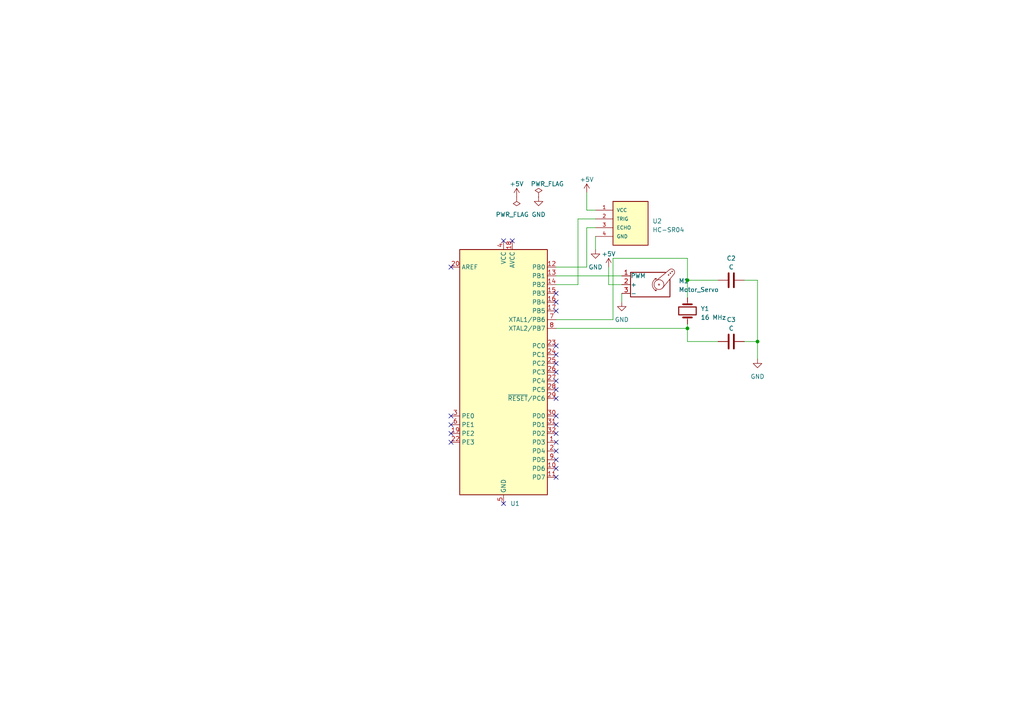
<source format=kicad_sch>
(kicad_sch (version 20230121) (generator eeschema)
  (paper "A4")
  (lib_symbols
    (symbol "Device:C" (pin_numbers hide) (pin_names (offset 0.254))
      (property "Reference" "C" (at 0.635 2.54 0))
      (property "Value" "C" (at 0.635 -2.54 0))
      (symbol "C_0_1"
        (polyline (pts (xy -2.032 -0.762) (xy 2.032 -0.762)) (stroke (width 0.508)))
        (polyline (pts (xy -2.032 0.762) (xy 2.032 0.762)) (stroke (width 0.508)))
      )
      (symbol "C_1_1"
        (pin passive line (at 0 3.81 270) (length 2.794) (name "~") (number "1"))
        (pin passive line (at 0 -3.81 90) (length 2.794) (name "~") (number "2"))
      )
    )
    (symbol "Device:Crystal" (pin_numbers hide) (pin_names (offset 1.016) hide)
      (property "Reference" "Y" (at 0 3.81 0))
      (property "Value" "Crystal" (at 0 -3.81 0))
      (symbol "Crystal_0_1"
        (rectangle (start -1.143 2.54) (end 1.143 -2.54) (stroke (width 0.3048)))
        (polyline (pts (xy -2.54 0) (xy -1.905 0)))
        (polyline (pts (xy -1.905 -1.27) (xy -1.905 1.27)) (stroke (width 0.508)))
        (polyline (pts (xy 1.905 -1.27) (xy 1.905 1.27)) (stroke (width 0.508)))
        (polyline (pts (xy 2.54 0) (xy 1.905 0)))
      )
      (symbol "Crystal_1_1"
        (pin passive line (at -3.81 0 0) (length 1.27) (name "1") (number "1"))
        (pin passive line (at 3.81 0 180) (length 1.27) (name "2") (number "2"))
      )
    )
    (symbol "HC-SR04:HC-SR04" (pin_names (offset 1.016))
      (property "Reference" "U" (at 0 5.0813 0))
      (property "Value" "HC-SR04" (at 0 -10.163 0))
      (symbol "HC-SR04_0_0"
        (rectangle (start 0 -7.62) (end 10.16 5.08) (stroke (width 0.254)) (fill (type background)))
        (pin power_in line (at -5.08 2.54 0) (length 5.08) (name "VCC") (number "1"))
        (pin bidirectional line (at -5.08 0 0) (length 5.08) (name "TRIG") (number "2"))
        (pin bidirectional line (at -5.08 -2.54 0) (length 5.08) (name "ECHO") (number "3"))
        (pin power_in line (at -5.08 -5.08 0) (length 5.08) (name "GND") (number "4"))
      )
    )
    (symbol "MCU_Microchip_ATmega:ATmega328PB-A"
      (property "Reference" "U" (at -12.7 36.83 0))
      (property "Value" "ATmega328PB-A" (at 2.54 -36.83 0))
      (symbol "ATmega328PB-A_0_1"
        (rectangle (start -12.7 -35.56) (end 12.7 35.56) (stroke (width 0.254)) (fill (type background)))
      )
      (symbol "ATmega328PB-A_1_1"
        (pin bidirectional line (at 15.24 -20.32 180) (length 2.54) (name "PD3") (number "1"))
        (pin bidirectional line (at 15.24 -27.94 180) (length 2.54) (name "PD6") (number "10"))
        (pin bidirectional line (at 15.24 -30.48 180) (length 2.54) (name "PD7") (number "11"))
        (pin bidirectional line (at 15.24 30.48 180) (length 2.54) (name "PB0") (number "12"))
        (pin bidirectional line (at 15.24 27.94 180) (length 2.54) (name "PB1") (number "13"))
        (pin bidirectional line (at 15.24 25.4 180) (length 2.54) (name "PB2") (number "14"))
        (pin bidirectional line (at 15.24 22.86 180) (length 2.54) (name "PB3") (number "15"))
        (pin bidirectional line (at 15.24 20.32 180) (length 2.54) (name "PB4") (number "16"))
        (pin bidirectional line (at 15.24 17.78 180) (length 2.54) (name "PB5") (number "17"))
        (pin power_in line (at 2.54 38.1 270) (length 2.54) (name "AVCC") (number "18"))
        (pin bidirectional line (at -15.24 -17.78 0) (length 2.54) (name "PE2") (number "19"))
        (pin bidirectional line (at 15.24 -22.86 180) (length 2.54) (name "PD4") (number "2"))
        (pin passive line (at -15.24 30.48 0) (length 2.54) (name "AREF") (number "20"))
        (pin passive line (at 0 -38.1 90) (length 2.54) hide (name "GND") (number "21"))
        (pin bidirectional line (at -15.24 -20.32 0) (length 2.54) (name "PE3") (number "22"))
        (pin bidirectional line (at 15.24 7.62 180) (length 2.54) (name "PC0") (number "23"))
        (pin bidirectional line (at 15.24 5.08 180) (length 2.54) (name "PC1") (number "24"))
        (pin bidirectional line (at 15.24 2.54 180) (length 2.54) (name "PC2") (number "25"))
        (pin bidirectional line (at 15.24 0 180) (length 2.54) (name "PC3") (number "26"))
        (pin bidirectional line (at 15.24 -2.54 180) (length 2.54) (name "PC4") (number "27"))
        (pin bidirectional line (at 15.24 -5.08 180) (length 2.54) (name "PC5") (number "28"))
        (pin bidirectional line (at 15.24 -7.62 180) (length 2.54) (name "~{RESET}/PC6") (number "29"))
        (pin bidirectional line (at -15.24 -12.7 0) (length 2.54) (name "PE0") (number "3"))
        (pin bidirectional line (at 15.24 -12.7 180) (length 2.54) (name "PD0") (number "30"))
        (pin bidirectional line (at 15.24 -15.24 180) (length 2.54) (name "PD1") (number "31"))
        (pin bidirectional line (at 15.24 -17.78 180) (length 2.54) (name "PD2") (number "32"))
        (pin power_in line (at 0 38.1 270) (length 2.54) (name "VCC") (number "4"))
        (pin power_in line (at 0 -38.1 90) (length 2.54) (name "GND") (number "5"))
        (pin bidirectional line (at -15.24 -15.24 0) (length 2.54) (name "PE1") (number "6"))
        (pin bidirectional line (at 15.24 15.24 180) (length 2.54) (name "XTAL1/PB6") (number "7"))
        (pin bidirectional line (at 15.24 12.7 180) (length 2.54) (name "XTAL2/PB7") (number "8"))
        (pin bidirectional line (at 15.24 -25.4 180) (length 2.54) (name "PD5") (number "9"))
      )
    )
    (symbol "Motor:Motor_Servo" (pin_names (offset 0.0254))
      (property "Reference" "M" (at -5.08 4.445 0))
      (property "Value" "Motor_Servo" (at -5.08 -4.064 0))
      (symbol "Motor_Servo_0_1"
        (polyline (pts (xy 2.413 -1.778) (xy 2.032 -1.778)))
        (polyline (pts (xy 2.413 -1.778) (xy 2.286 -1.397)))
        (polyline (pts (xy 2.413 1.778) (xy 1.905 1.778)))
        (polyline (pts (xy 2.413 1.778) (xy 2.286 1.397)))
        (polyline (pts (xy 6.35 4.445) (xy 2.54 1.27)))
        (polyline (pts (xy 7.62 3.175) (xy 4.191 -1.016)))
        (polyline (pts (xy 5.08 3.556) (xy -5.08 3.556) (xy -5.08 -3.556) (xy 6.35 -3.556) (xy 6.35 1.524)) (stroke (width 0.254)))
        (arc (start 2.413 1.778) (mid 1.2406 0) (end 2.413 -1.778))
        (circle (center 3.175 0) (radius 0.1778))
        (circle (center 3.175 0) (radius 1.4224))
        (circle (center 5.969 2.794) (radius 0.127))
        (circle (center 6.477 3.302) (radius 0.127))
        (circle (center 6.985 3.81) (radius 0.127))
        (arc (start 7.62 3.175) (mid 7.4485 4.2735) (end 6.35 4.445))
      )
      (symbol "Motor_Servo_1_1"
        (pin passive line (at -7.62 2.54 0) (length 2.54) (name "PWM") (number "1"))
        (pin passive line (at -7.62 0 0) (length 2.54) (name "+") (number "2"))
        (pin passive line (at -7.62 -2.54 0) (length 2.54) (name "-") (number "3"))
      )
    )
    (symbol "power:+5V" (power) (pin_names (offset 0))
      (property "Value" "+5V" (at 0 3.556 0))
      (symbol "+5V_0_1"
        (polyline (pts (xy -0.762 1.27) (xy 0 2.54)))
        (polyline (pts (xy 0 0) (xy 0 2.54)))
        (polyline (pts (xy 0 2.54) (xy 0.762 1.27)))
      )
      (symbol "+5V_1_1"
        (pin power_in line (at 0 0 90) (length 0) hide (name "+5V") (number "1"))
      )
    )
    (symbol "power:GND" (power) (pin_names (offset 0))
      (property "Value" "GND" (at 0 -3.81 0))
      (symbol "GND_0_1"
        (polyline (pts (xy 0 0) (xy 0 -1.27) (xy 1.27 -1.27) (xy 0 -2.54) (xy -1.27 -1.27) (xy 0 -1.27)))
      )
      (symbol "GND_1_1"
        (pin power_in line (at 0 0 270) (length 0) hide (name "GND") (number "1"))
      )
    )
    (symbol "power:PWR_FLAG" (power) (pin_numbers hide) (pin_names (offset 0) hide)
      (property "Value" "PWR_FLAG" (at 0 3.81 0))
      (symbol "PWR_FLAG_0_0"
        (pin power_out line (at 0 0 90) (length 0) (name "pwr") (number "1"))
      )
      (symbol "PWR_FLAG_0_1"
        (polyline (pts (xy 0 0) (xy 0 1.27) (xy -1.016 1.905) (xy 0 2.54) (xy 1.016 1.905) (xy 0 1.27)))
      )
    )
  )
  (junction (at 199.39 95.25))
  (junction (at 219.71 99.06))
  (junction (at 199.39 81.28))
  (no_connect (at 130.81 123.19))
  (no_connect (at 161.29 128.27))
  (no_connect (at 146.05 146.05))
  (no_connect (at 161.29 120.65))
  (no_connect (at 161.29 130.81))
  (no_connect (at 161.29 107.95))
  (no_connect (at 161.29 123.19))
  (no_connect (at 161.29 113.03))
  (no_connect (at 130.81 125.73))
  (no_connect (at 161.29 138.43))
  (no_connect (at 161.29 135.89))
  (no_connect (at 161.29 90.17))
  (no_connect (at 161.29 87.63))
  (no_connect (at 161.29 125.73))
  (no_connect (at 161.29 85.09))
  (no_connect (at 161.29 115.57))
  (no_connect (at 148.59 69.85))
  (no_connect (at 130.81 77.47))
  (no_connect (at 161.29 105.41))
  (no_connect (at 161.29 110.49))
  (no_connect (at 161.29 102.87))
  (no_connect (at 130.81 128.27))
  (no_connect (at 146.05 69.85))
  (no_connect (at 161.29 100.33))
  (no_connect (at 130.81 120.65))
  (no_connect (at 161.29 133.35))
  (wire (pts (xy 199.39 99.06) (xy 199.39 95.25)))
  (wire (pts (xy 161.29 92.71) (xy 177.8 92.71)))
  (wire (pts (xy 180.34 85.09) (xy 180.34 87.63)))
  (wire (pts (xy 172.72 68.58) (xy 172.72 72.39)))
  (wire (pts (xy 161.29 82.55) (xy 167.64 82.55)))
  (wire (pts (xy 199.39 86.36) (xy 199.39 81.28)))
  (wire (pts (xy 219.71 99.06) (xy 215.9 99.06)))
  (wire (pts (xy 199.39 74.93) (xy 199.39 81.28)))
  (wire (pts (xy 177.8 74.93) (xy 199.39 74.93)))
  (wire (pts (xy 161.29 77.47) (xy 170.18 77.47)))
  (wire (pts (xy 199.39 81.28) (xy 208.28 81.28)))
  (wire (pts (xy 172.72 60.96) (xy 170.18 60.96)))
  (wire (pts (xy 199.39 95.25) (xy 199.39 93.98)))
  (wire (pts (xy 170.18 66.04) (xy 172.72 66.04)))
  (wire (pts (xy 176.53 82.55) (xy 176.53 77.47)))
  (wire (pts (xy 215.9 81.28) (xy 219.71 81.28)))
  (wire (pts (xy 161.29 95.25) (xy 199.39 95.25)))
  (wire (pts (xy 180.34 82.55) (xy 176.53 82.55)))
  (wire (pts (xy 219.71 81.28) (xy 219.71 99.06)))
  (wire (pts (xy 161.29 80.01) (xy 180.34 80.01)))
  (wire (pts (xy 167.64 82.55) (xy 167.64 63.5)))
  (wire (pts (xy 208.28 99.06) (xy 199.39 99.06)))
  (wire (pts (xy 170.18 77.47) (xy 170.18 66.04)))
  (wire (pts (xy 219.71 99.06) (xy 219.71 104.14)))
  (wire (pts (xy 167.64 63.5) (xy 172.72 63.5)))
  (wire (pts (xy 170.18 60.96) (xy 170.18 55.88)))
  (wire (pts (xy 177.8 92.71) (xy 177.8 74.93)))
  (symbol (lib_id "power:+5V") (at 170.18 55.88 0) (unit 1)
    (property "Reference" "#PWR01" (effects hide))
    (property "Value" "+5V" (at 170.18 52.07 0))
  )
  (symbol (lib_id "power:+5V") (at 176.53 77.47 0) (unit 1)
    (property "Reference" "#PWR03" (effects hide))
    (property "Value" "+5V" (at 176.53 73.66 0))
  )
  (symbol (lib_id "power:GND") (at 156.21 57.15 0) (unit 1)
    (property "Reference" "#PWR05" (effects hide))
    (property "Value" "GND" (at 156.21 62.23 0))
  )
  (symbol (lib_id "Device:C") (at 212.09 81.28 270) (unit 1)
    (property "Reference" "C2" (at 212.09 74.93 90))
    (property "Value" "C" (at 212.09 77.47 90))
  )
  (symbol (lib_id "power:PWR_FLAG") (at 149.86 57.15 180) (unit 1)
    (property "Reference" "#FLG01" (effects hide))
    (property "Value" "PWR_FLAG" (at 148.59 62.23 0))
  )
  (symbol (lib_id "power:+5V") (at 149.86 57.15 0) (unit 1)
    (property "Reference" "#PWR04" (effects hide))
    (property "Value" "+5V" (at 149.86 53.34 0))
  )
  (symbol (lib_id "power:GND") (at 172.72 72.39 0) (unit 1)
    (property "Reference" "#PWR02" (effects hide))
    (property "Value" "GND" (at 172.72 77.47 0))
  )
  (symbol (lib_id "MCU_Microchip_ATmega:ATmega328PB-A") (at 146.05 107.95 0) (unit 1)
    (property "Reference" "U1" (at 148.0059 146.05 0) (effects (justify left)))
    (property "Value" "ATmega328PB-A" (effects hide))
    (property "Footprint" "Package_QFP:TQFP-32_7x7mm_P0.8mm" (effects hide))
    (property "Datasheet" "http://ww1.microchip.com/downloads/en/DeviceDoc/40001906C.pdf" (effects hide))
  )
  (symbol (lib_id "power:GND") (at 219.71 104.14 0) (unit 1)
    (property "Reference" "#PWR08" (effects hide))
    (property "Value" "GND" (at 219.71 109.22 0))
  )
  (symbol (lib_id "HC-SR04:HC-SR04") (at 177.8 63.5 0) (unit 1)
    (property "Reference" "U2" (at 189.23 64.135 0) (effects (justify left)))
    (property "Value" "HC-SR04" (at 189.23 66.675 0) (effects (justify left)))
    (property "Footprint" "XCVR_HC-SR04" (effects hide))
    (property "MANUFACTURER" "Osepp" (effects hide))
  )
  (symbol (lib_id "power:PWR_FLAG") (at 156.21 57.15 0) (unit 1)
    (property "Reference" "#FLG02" (effects hide))
    (property "Value" "PWR_FLAG" (at 158.75 53.34 0))
  )
  (symbol (lib_id "Device:Crystal") (at 199.39 90.17 90) (unit 1)
    (property "Reference" "Y1" (at 203.2 89.535 90) (effects (justify right)))
    (property "Value" "16 MHz" (at 203.2 92.075 90) (effects (justify right)))
  )
  (symbol (lib_id "Device:C") (at 212.09 99.06 270) (unit 1)
    (property "Reference" "C3" (at 212.09 92.71 90))
    (property "Value" "C" (at 212.09 95.25 90))
  )
  (symbol (lib_id "Motor:Motor_Servo") (at 187.96 82.55 0) (unit 1)
    (property "Reference" "M1" (at 196.85 81.4816 0) (effects (justify left)))
    (property "Value" "Motor_Servo" (at 196.85 84.0216 0) (effects (justify left)))
    (property "Datasheet" "http://forums.parallax.com/uploads/attachments/46831/74481.png" (effects hide))
  )
  (symbol (lib_id "power:GND") (at 180.34 87.63 0) (unit 1)
    (property "Reference" "#PWR06" (effects hide))
    (property "Value" "GND" (at 180.34 92.71 0))
  )
)
</source>
